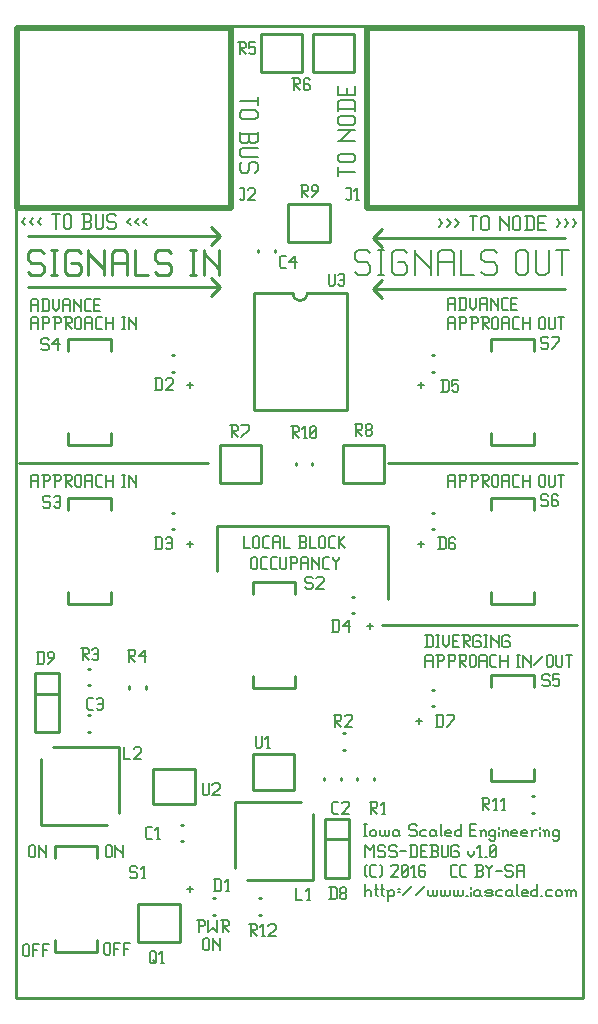
<source format=gbr>
G04 start of page 8 for group -4079 idx -4079 *
G04 Title: (unknown), topsilk *
G04 Creator: pcb 20140316 *
G04 CreationDate: Wed 08 Jun 2016 07:53:43 PM GMT UTC *
G04 For: ndholmes *
G04 Format: Gerber/RS-274X *
G04 PCB-Dimensions (mil): 1900.00 3250.00 *
G04 PCB-Coordinate-Origin: lower left *
%MOIN*%
%FSLAX25Y25*%
%LNTOPSILK*%
%ADD66C,0.0200*%
%ADD65C,0.0083*%
%ADD64C,0.0084*%
%ADD63C,0.0080*%
%ADD62C,0.0100*%
G54D62*X1500Y179000D02*X64500D01*
X124500D02*X187500D01*
X67500Y158000D02*X124500D01*
X122500Y125000D02*X187500D01*
X67500Y158000D02*Y143000D01*
X124500Y158000D02*Y133500D01*
X119500Y237000D02*X183500D01*
X189500Y500D02*Y324500D01*
X500D02*Y500D01*
X189500D01*
X4500Y237500D02*X68500D01*
X65500Y240500D01*
X68500Y237500D02*X65500Y234500D01*
X4500Y254500D02*X68500D01*
X65500Y257500D01*
X68500Y254500D02*X65500Y251500D01*
X119500Y254000D02*X183500D01*
X189500Y324500D02*X500D01*
X122500Y257000D02*X119500Y254000D01*
X122500Y251000D02*X119500Y254000D01*
X122500Y234000D02*X119500Y237000D01*
X122500Y240000D02*X119500Y237000D01*
G54D63*X57543Y152000D02*X59543D01*
X58543Y153000D02*Y151000D01*
X117543Y124500D02*X119543D01*
X118543Y125500D02*Y123500D01*
X76500Y154500D02*Y150500D01*
X78500D01*
X79700Y154000D02*Y151000D01*
Y154000D02*X80200Y154500D01*
X81200D01*
X81700Y154000D01*
Y151000D01*
X81200Y150500D02*X81700Y151000D01*
X80200Y150500D02*X81200D01*
X79700Y151000D02*X80200Y150500D01*
X83400D02*X84900D01*
X82900Y151000D02*X83400Y150500D01*
X82900Y154000D02*Y151000D01*
Y154000D02*X83400Y154500D01*
X84900D01*
X86100Y154000D02*Y150500D01*
Y154000D02*X86600Y154500D01*
X88100D01*
X88600Y154000D01*
Y150500D01*
X86100Y152500D02*X88600D01*
X89800Y154500D02*Y150500D01*
X91800D01*
X94800D02*X96800D01*
X97300Y151000D01*
Y152000D02*Y151000D01*
X96800Y152500D02*X97300Y152000D01*
X95300Y152500D02*X96800D01*
X95300Y154500D02*Y150500D01*
X94800Y154500D02*X96800D01*
X97300Y154000D01*
Y153000D01*
X96800Y152500D02*X97300Y153000D01*
X98500Y154500D02*Y150500D01*
X100500D01*
X101700Y154000D02*Y151000D01*
Y154000D02*X102200Y154500D01*
X103200D01*
X103700Y154000D01*
Y151000D01*
X103200Y150500D02*X103700Y151000D01*
X102200Y150500D02*X103200D01*
X101700Y151000D02*X102200Y150500D01*
X105400D02*X106900D01*
X104900Y151000D02*X105400Y150500D01*
X104900Y154000D02*Y151000D01*
Y154000D02*X105400Y154500D01*
X106900D01*
X108100D02*Y150500D01*
Y152500D02*X110100Y154500D01*
X108100Y152500D02*X110100Y150500D01*
X79000Y147000D02*Y144000D01*
Y147000D02*X79500Y147500D01*
X80500D01*
X81000Y147000D01*
Y144000D01*
X80500Y143500D02*X81000Y144000D01*
X79500Y143500D02*X80500D01*
X79000Y144000D02*X79500Y143500D01*
X82700D02*X84200D01*
X82200Y144000D02*X82700Y143500D01*
X82200Y147000D02*Y144000D01*
Y147000D02*X82700Y147500D01*
X84200D01*
X85900Y143500D02*X87400D01*
X85400Y144000D02*X85900Y143500D01*
X85400Y147000D02*Y144000D01*
Y147000D02*X85900Y147500D01*
X87400D01*
X88600D02*Y144000D01*
X89100Y143500D01*
X90100D01*
X90600Y144000D01*
Y147500D02*Y144000D01*
X92300Y147500D02*Y143500D01*
X91800Y147500D02*X93800D01*
X94300Y147000D01*
Y146000D01*
X93800Y145500D02*X94300Y146000D01*
X92300Y145500D02*X93800D01*
X95500Y147000D02*Y143500D01*
Y147000D02*X96000Y147500D01*
X97500D01*
X98000Y147000D01*
Y143500D01*
X95500Y145500D02*X98000D01*
X99200Y147500D02*Y143500D01*
Y147500D02*Y147000D01*
X101700Y144500D01*
Y147500D02*Y143500D01*
X103400D02*X104900D01*
X102900Y144000D02*X103400Y143500D01*
X102900Y147000D02*Y144000D01*
Y147000D02*X103400Y147500D01*
X104900D01*
X106100D02*Y147000D01*
X107100Y146000D01*
X108100Y147000D01*
Y147500D02*Y147000D01*
X107100Y146000D02*Y143500D01*
X5543Y174500D02*Y171000D01*
Y174500D02*X6043Y175000D01*
X7543D01*
X8043Y174500D01*
Y171000D01*
X5543Y173000D02*X8043D01*
X9743Y175000D02*Y171000D01*
X9243Y175000D02*X11243D01*
X11743Y174500D01*
Y173500D01*
X11243Y173000D02*X11743Y173500D01*
X9743Y173000D02*X11243D01*
X13443Y175000D02*Y171000D01*
X12943Y175000D02*X14943D01*
X15443Y174500D01*
Y173500D01*
X14943Y173000D02*X15443Y173500D01*
X13443Y173000D02*X14943D01*
X16643Y175000D02*X18643D01*
X19143Y174500D01*
Y173500D01*
X18643Y173000D02*X19143Y173500D01*
X17143Y173000D02*X18643D01*
X17143Y175000D02*Y171000D01*
Y173000D02*X19143Y171000D01*
X20343Y174500D02*Y171500D01*
Y174500D02*X20843Y175000D01*
X21843D01*
X22343Y174500D01*
Y171500D01*
X21843Y171000D02*X22343Y171500D01*
X20843Y171000D02*X21843D01*
X20343Y171500D02*X20843Y171000D01*
X23543Y174500D02*Y171000D01*
Y174500D02*X24043Y175000D01*
X25543D01*
X26043Y174500D01*
Y171000D01*
X23543Y173000D02*X26043D01*
X27743Y171000D02*X29243D01*
X27243Y171500D02*X27743Y171000D01*
X27243Y174500D02*Y171500D01*
Y174500D02*X27743Y175000D01*
X29243D01*
X30443D02*Y171000D01*
X32943Y175000D02*Y171000D01*
X30443Y173000D02*X32943D01*
X35943Y175000D02*X36943D01*
X36443D02*Y171000D01*
X35943D02*X36943D01*
X38143Y175000D02*Y171000D01*
Y175000D02*Y174500D01*
X40643Y172000D01*
Y175000D02*Y171000D01*
X5000Y51000D02*Y48000D01*
Y51000D02*X5500Y51500D01*
X6500D01*
X7000Y51000D01*
Y48000D01*
X6500Y47500D02*X7000Y48000D01*
X5500Y47500D02*X6500D01*
X5000Y48000D02*X5500Y47500D01*
X8200Y51500D02*Y47500D01*
Y51500D02*Y51000D01*
X10700Y48500D01*
Y51500D02*Y47500D01*
X3000Y18000D02*Y15000D01*
Y18000D02*X3500Y18500D01*
X4500D01*
X5000Y18000D01*
Y15000D01*
X4500Y14500D02*X5000Y15000D01*
X3500Y14500D02*X4500D01*
X3000Y15000D02*X3500Y14500D01*
X6200Y18500D02*Y14500D01*
Y18500D02*X8200D01*
X6200Y16500D02*X7700D01*
X9400Y18500D02*Y14500D01*
Y18500D02*X11400D01*
X9400Y16500D02*X10900D01*
X30500Y51000D02*Y48000D01*
Y51000D02*X31000Y51500D01*
X32000D01*
X32500Y51000D01*
Y48000D01*
X32000Y47500D02*X32500Y48000D01*
X31000Y47500D02*X32000D01*
X30500Y48000D02*X31000Y47500D01*
X33700Y51500D02*Y47500D01*
Y51500D02*Y51000D01*
X36200Y48500D01*
Y51500D02*Y47500D01*
X30000Y18500D02*Y15500D01*
Y18500D02*X30500Y19000D01*
X31500D01*
X32000Y18500D01*
Y15500D01*
X31500Y15000D02*X32000Y15500D01*
X30500Y15000D02*X31500D01*
X30000Y15500D02*X30500Y15000D01*
X33200Y19000D02*Y15000D01*
Y19000D02*X35200D01*
X33200Y17000D02*X34700D01*
X36400Y19000D02*Y15000D01*
Y19000D02*X38400D01*
X36400Y17000D02*X37900D01*
X144500Y174500D02*Y171000D01*
Y174500D02*X145000Y175000D01*
X146500D01*
X147000Y174500D01*
Y171000D01*
X144500Y173000D02*X147000D01*
X148700Y175000D02*Y171000D01*
X148200Y175000D02*X150200D01*
X150700Y174500D01*
Y173500D01*
X150200Y173000D02*X150700Y173500D01*
X148700Y173000D02*X150200D01*
X152400Y175000D02*Y171000D01*
X151900Y175000D02*X153900D01*
X154400Y174500D01*
Y173500D01*
X153900Y173000D02*X154400Y173500D01*
X152400Y173000D02*X153900D01*
X155600Y175000D02*X157600D01*
X158100Y174500D01*
Y173500D01*
X157600Y173000D02*X158100Y173500D01*
X156100Y173000D02*X157600D01*
X156100Y175000D02*Y171000D01*
Y173000D02*X158100Y171000D01*
X159300Y174500D02*Y171500D01*
Y174500D02*X159800Y175000D01*
X160800D01*
X161300Y174500D01*
Y171500D01*
X160800Y171000D02*X161300Y171500D01*
X159800Y171000D02*X160800D01*
X159300Y171500D02*X159800Y171000D01*
X162500Y174500D02*Y171000D01*
Y174500D02*X163000Y175000D01*
X164500D01*
X165000Y174500D01*
Y171000D01*
X162500Y173000D02*X165000D01*
X166700Y171000D02*X168200D01*
X166200Y171500D02*X166700Y171000D01*
X166200Y174500D02*Y171500D01*
Y174500D02*X166700Y175000D01*
X168200D01*
X169400D02*Y171000D01*
X171900Y175000D02*Y171000D01*
X169400Y173000D02*X171900D01*
X174900Y174500D02*Y171500D01*
Y174500D02*X175400Y175000D01*
X176400D01*
X176900Y174500D01*
Y171500D01*
X176400Y171000D02*X176900Y171500D01*
X175400Y171000D02*X176400D01*
X174900Y171500D02*X175400Y171000D01*
X178100Y175000D02*Y171500D01*
X178600Y171000D01*
X179600D01*
X180100Y171500D01*
Y175000D02*Y171500D01*
X181300Y175000D02*X183300D01*
X182300D02*Y171000D01*
X137500Y121500D02*Y117500D01*
X139000Y121500D02*X139500Y121000D01*
Y118000D01*
X139000Y117500D02*X139500Y118000D01*
X137000Y117500D02*X139000D01*
X137000Y121500D02*X139000D01*
X140700D02*X141700D01*
X141200D02*Y117500D01*
X140700D02*X141700D01*
X142900Y121500D02*Y118500D01*
X143900Y117500D01*
X144900Y118500D01*
Y121500D02*Y118500D01*
X146100Y119500D02*X147600D01*
X146100Y117500D02*X148100D01*
X146100Y121500D02*Y117500D01*
Y121500D02*X148100D01*
X149300D02*X151300D01*
X151800Y121000D01*
Y120000D01*
X151300Y119500D02*X151800Y120000D01*
X149800Y119500D02*X151300D01*
X149800Y121500D02*Y117500D01*
Y119500D02*X151800Y117500D01*
X155000Y121500D02*X155500Y121000D01*
X153500Y121500D02*X155000D01*
X153000Y121000D02*X153500Y121500D01*
X153000Y121000D02*Y118000D01*
X153500Y117500D01*
X155000D01*
X155500Y118000D01*
Y119000D02*Y118000D01*
X155000Y119500D02*X155500Y119000D01*
X154000Y119500D02*X155000D01*
X156700Y121500D02*X157700D01*
X157200D02*Y117500D01*
X156700D02*X157700D01*
X158900Y121500D02*Y117500D01*
Y121500D02*Y121000D01*
X161400Y118500D01*
Y121500D02*Y117500D01*
X164600Y121500D02*X165100Y121000D01*
X163100Y121500D02*X164600D01*
X162600Y121000D02*X163100Y121500D01*
X162600Y121000D02*Y118000D01*
X163100Y117500D01*
X164600D01*
X165100Y118000D01*
Y119000D02*Y118000D01*
X164600Y119500D02*X165100Y119000D01*
X163600Y119500D02*X164600D01*
X134500Y205000D02*X136500D01*
X135500Y206000D02*Y204000D01*
X134543Y152000D02*X136543D01*
X135543Y153000D02*Y151000D01*
X137000Y114500D02*Y111000D01*
Y114500D02*X137500Y115000D01*
X139000D01*
X139500Y114500D01*
Y111000D01*
X137000Y113000D02*X139500D01*
X141200Y115000D02*Y111000D01*
X140700Y115000D02*X142700D01*
X143200Y114500D01*
Y113500D01*
X142700Y113000D02*X143200Y113500D01*
X141200Y113000D02*X142700D01*
X144900Y115000D02*Y111000D01*
X144400Y115000D02*X146400D01*
X146900Y114500D01*
Y113500D01*
X146400Y113000D02*X146900Y113500D01*
X144900Y113000D02*X146400D01*
X148100Y115000D02*X150100D01*
X150600Y114500D01*
Y113500D01*
X150100Y113000D02*X150600Y113500D01*
X148600Y113000D02*X150100D01*
X148600Y115000D02*Y111000D01*
Y113000D02*X150600Y111000D01*
X151800Y114500D02*Y111500D01*
Y114500D02*X152300Y115000D01*
X153300D01*
X153800Y114500D01*
Y111500D01*
X153300Y111000D02*X153800Y111500D01*
X152300Y111000D02*X153300D01*
X151800Y111500D02*X152300Y111000D01*
X155000Y114500D02*Y111000D01*
Y114500D02*X155500Y115000D01*
X157000D01*
X157500Y114500D01*
Y111000D01*
X155000Y113000D02*X157500D01*
X159200Y111000D02*X160700D01*
X158700Y111500D02*X159200Y111000D01*
X158700Y114500D02*Y111500D01*
Y114500D02*X159200Y115000D01*
X160700D01*
X161900D02*Y111000D01*
X164400Y115000D02*Y111000D01*
X161900Y113000D02*X164400D01*
X167400Y115000D02*X168400D01*
X167900D02*Y111000D01*
X167400D02*X168400D01*
X169600Y115000D02*Y111000D01*
Y115000D02*Y114500D01*
X172100Y112000D01*
Y115000D02*Y111000D01*
X173300Y111500D02*X176300Y114500D01*
X177500D02*Y111500D01*
Y114500D02*X178000Y115000D01*
X179000D01*
X179500Y114500D01*
Y111500D01*
X179000Y111000D02*X179500Y111500D01*
X178000Y111000D02*X179000D01*
X177500Y111500D02*X178000Y111000D01*
X180700Y115000D02*Y111500D01*
X181200Y111000D01*
X182200D01*
X182700Y111500D01*
Y115000D02*Y111500D01*
X183900Y115000D02*X185900D01*
X184900D02*Y111000D01*
X134043Y93000D02*X136043D01*
X135043Y94000D02*Y92000D01*
X116500Y58500D02*X117500D01*
X117000D02*Y54500D01*
X116500D02*X117500D01*
X118700Y56000D02*Y55000D01*
Y56000D02*X119200Y56500D01*
X120200D01*
X120700Y56000D01*
Y55000D01*
X120200Y54500D02*X120700Y55000D01*
X119200Y54500D02*X120200D01*
X118700Y55000D02*X119200Y54500D01*
X121900Y56500D02*Y55000D01*
X122400Y54500D01*
X122900D01*
X123400Y55000D01*
Y56500D02*Y55000D01*
X123900Y54500D01*
X124400D01*
X124900Y55000D01*
Y56500D02*Y55000D01*
X127600Y56500D02*X128100Y56000D01*
X126600Y56500D02*X127600D01*
X126100Y56000D02*X126600Y56500D01*
X126100Y56000D02*Y55000D01*
X126600Y54500D01*
X128100Y56500D02*Y55000D01*
X128600Y54500D01*
X126600D02*X127600D01*
X128100Y55000D01*
X133600Y58500D02*X134100Y58000D01*
X132100Y58500D02*X133600D01*
X131600Y58000D02*X132100Y58500D01*
X131600Y58000D02*Y57000D01*
X132100Y56500D01*
X133600D01*
X134100Y56000D01*
Y55000D01*
X133600Y54500D02*X134100Y55000D01*
X132100Y54500D02*X133600D01*
X131600Y55000D02*X132100Y54500D01*
X135800Y56500D02*X137300D01*
X135300Y56000D02*X135800Y56500D01*
X135300Y56000D02*Y55000D01*
X135800Y54500D01*
X137300D01*
X140000Y56500D02*X140500Y56000D01*
X139000Y56500D02*X140000D01*
X138500Y56000D02*X139000Y56500D01*
X138500Y56000D02*Y55000D01*
X139000Y54500D01*
X140500Y56500D02*Y55000D01*
X141000Y54500D01*
X139000D02*X140000D01*
X140500Y55000D01*
X142200Y58500D02*Y55000D01*
X142700Y54500D01*
X144200D02*X145700D01*
X143700Y55000D02*X144200Y54500D01*
X143700Y56000D02*Y55000D01*
Y56000D02*X144200Y56500D01*
X145200D01*
X145700Y56000D01*
X143700Y55500D02*X145700D01*
Y56000D02*Y55500D01*
X148900Y58500D02*Y54500D01*
X148400D02*X148900Y55000D01*
X147400Y54500D02*X148400D01*
X146900Y55000D02*X147400Y54500D01*
X146900Y56000D02*Y55000D01*
Y56000D02*X147400Y56500D01*
X148400D01*
X148900Y56000D01*
X151900Y56500D02*X153400D01*
X151900Y54500D02*X153900D01*
X151900Y58500D02*Y54500D01*
Y58500D02*X153900D01*
X155600Y56000D02*Y54500D01*
Y56000D02*X156100Y56500D01*
X156600D01*
X157100Y56000D01*
Y54500D01*
X155100Y56500D02*X155600Y56000D01*
X159800Y56500D02*X160300Y56000D01*
X158800Y56500D02*X159800D01*
X158300Y56000D02*X158800Y56500D01*
X158300Y56000D02*Y55000D01*
X158800Y54500D01*
X159800D01*
X160300Y55000D01*
X158300Y53500D02*X158800Y53000D01*
X159800D01*
X160300Y53500D01*
Y56500D02*Y53500D01*
X161500Y57500D02*Y57000D01*
Y56000D02*Y54500D01*
X163000Y56000D02*Y54500D01*
Y56000D02*X163500Y56500D01*
X164000D01*
X164500Y56000D01*
Y54500D01*
X162500Y56500D02*X163000Y56000D01*
X166200Y54500D02*X167700D01*
X165700Y55000D02*X166200Y54500D01*
X165700Y56000D02*Y55000D01*
Y56000D02*X166200Y56500D01*
X167200D01*
X167700Y56000D01*
X165700Y55500D02*X167700D01*
Y56000D02*Y55500D01*
X169400Y54500D02*X170900D01*
X168900Y55000D02*X169400Y54500D01*
X168900Y56000D02*Y55000D01*
Y56000D02*X169400Y56500D01*
X170400D01*
X170900Y56000D01*
X168900Y55500D02*X170900D01*
Y56000D02*Y55500D01*
X172600Y56000D02*Y54500D01*
Y56000D02*X173100Y56500D01*
X174100D01*
X172100D02*X172600Y56000D01*
X175300Y57500D02*Y57000D01*
Y56000D02*Y54500D01*
X176800Y56000D02*Y54500D01*
Y56000D02*X177300Y56500D01*
X177800D01*
X178300Y56000D01*
Y54500D01*
X176300Y56500D02*X176800Y56000D01*
X181000Y56500D02*X181500Y56000D01*
X180000Y56500D02*X181000D01*
X179500Y56000D02*X180000Y56500D01*
X179500Y56000D02*Y55000D01*
X180000Y54500D01*
X181000D01*
X181500Y55000D01*
X179500Y53500D02*X180000Y53000D01*
X181000D01*
X181500Y53500D01*
Y56500D02*Y53500D01*
X117000Y51500D02*Y47500D01*
Y51500D02*X118500Y50000D01*
X120000Y51500D01*
Y47500D01*
X123200Y51500D02*X123700Y51000D01*
X121700Y51500D02*X123200D01*
X121200Y51000D02*X121700Y51500D01*
X121200Y51000D02*Y50000D01*
X121700Y49500D01*
X123200D01*
X123700Y49000D01*
Y48000D01*
X123200Y47500D02*X123700Y48000D01*
X121700Y47500D02*X123200D01*
X121200Y48000D02*X121700Y47500D01*
X126900Y51500D02*X127400Y51000D01*
X125400Y51500D02*X126900D01*
X124900Y51000D02*X125400Y51500D01*
X124900Y51000D02*Y50000D01*
X125400Y49500D01*
X126900D01*
X127400Y49000D01*
Y48000D01*
X126900Y47500D02*X127400Y48000D01*
X125400Y47500D02*X126900D01*
X124900Y48000D02*X125400Y47500D01*
X128600Y49500D02*X130600D01*
X132300Y51500D02*Y47500D01*
X133800Y51500D02*X134300Y51000D01*
Y48000D01*
X133800Y47500D02*X134300Y48000D01*
X131800Y47500D02*X133800D01*
X131800Y51500D02*X133800D01*
X135500Y49500D02*X137000D01*
X135500Y47500D02*X137500D01*
X135500Y51500D02*Y47500D01*
Y51500D02*X137500D01*
X138700Y47500D02*X140700D01*
X141200Y48000D01*
Y49000D02*Y48000D01*
X140700Y49500D02*X141200Y49000D01*
X139200Y49500D02*X140700D01*
X139200Y51500D02*Y47500D01*
X138700Y51500D02*X140700D01*
X141200Y51000D01*
Y50000D01*
X140700Y49500D02*X141200Y50000D01*
X142400Y51500D02*Y48000D01*
X142900Y47500D01*
X143900D01*
X144400Y48000D01*
Y51500D02*Y48000D01*
X147600Y51500D02*X148100Y51000D01*
X146100Y51500D02*X147600D01*
X145600Y51000D02*X146100Y51500D01*
X145600Y51000D02*Y48000D01*
X146100Y47500D01*
X147600D01*
X148100Y48000D01*
Y49000D02*Y48000D01*
X147600Y49500D02*X148100Y49000D01*
X146600Y49500D02*X147600D01*
X151100D02*Y48500D01*
X152100Y47500D01*
X153100Y48500D01*
Y49500D02*Y48500D01*
X154800Y47500D02*X155800D01*
X155300Y51500D02*Y47500D01*
X154300Y50500D02*X155300Y51500D01*
X157000Y47500D02*X157500D01*
X158700Y48000D02*X159200Y47500D01*
X158700Y51000D02*Y48000D01*
Y51000D02*X159200Y51500D01*
X160200D01*
X160700Y51000D01*
Y48000D01*
X160200Y47500D02*X160700Y48000D01*
X159200Y47500D02*X160200D01*
X158700Y48500D02*X160700Y50500D01*
X117000Y41500D02*X117500Y41000D01*
X117000Y44500D02*X117500Y45000D01*
X117000Y44500D02*Y41500D01*
X119200Y41000D02*X120700D01*
X118700Y41500D02*X119200Y41000D01*
X118700Y44500D02*Y41500D01*
Y44500D02*X119200Y45000D01*
X120700D01*
X121900D02*X122400Y44500D01*
Y41500D01*
X121900Y41000D02*X122400Y41500D01*
X125400Y44500D02*X125900Y45000D01*
X127400D01*
X127900Y44500D01*
Y43500D01*
X125400Y41000D02*X127900Y43500D01*
X125400Y41000D02*X127900D01*
X129100Y41500D02*X129600Y41000D01*
X129100Y44500D02*Y41500D01*
Y44500D02*X129600Y45000D01*
X130600D01*
X131100Y44500D01*
Y41500D01*
X130600Y41000D02*X131100Y41500D01*
X129600Y41000D02*X130600D01*
X129100Y42000D02*X131100Y44000D01*
X132800Y41000D02*X133800D01*
X133300Y45000D02*Y41000D01*
X132300Y44000D02*X133300Y45000D01*
X136500D02*X137000Y44500D01*
X135500Y45000D02*X136500D01*
X135000Y44500D02*X135500Y45000D01*
X135000Y44500D02*Y41500D01*
X135500Y41000D01*
X136500Y43000D02*X137000Y42500D01*
X135000Y43000D02*X136500D01*
X135500Y41000D02*X136500D01*
X137000Y41500D01*
Y42500D02*Y41500D01*
X145900Y41000D02*X147400D01*
X145400Y41500D02*X145900Y41000D01*
X145400Y44500D02*Y41500D01*
Y44500D02*X145900Y45000D01*
X147400D01*
X149100Y41000D02*X150600D01*
X148600Y41500D02*X149100Y41000D01*
X148600Y44500D02*Y41500D01*
Y44500D02*X149100Y45000D01*
X150600D01*
X153600Y41000D02*X155600D01*
X156100Y41500D01*
Y42500D02*Y41500D01*
X155600Y43000D02*X156100Y42500D01*
X154100Y43000D02*X155600D01*
X154100Y45000D02*Y41000D01*
X153600Y45000D02*X155600D01*
X156100Y44500D01*
Y43500D01*
X155600Y43000D02*X156100Y43500D01*
X157300Y45000D02*Y44500D01*
X158300Y43500D01*
X159300Y44500D01*
Y45000D02*Y44500D01*
X158300Y43500D02*Y41000D01*
X160500Y43000D02*X162500D01*
X165700Y45000D02*X166200Y44500D01*
X164200Y45000D02*X165700D01*
X163700Y44500D02*X164200Y45000D01*
X163700Y44500D02*Y43500D01*
X164200Y43000D01*
X165700D01*
X166200Y42500D01*
Y41500D01*
X165700Y41000D02*X166200Y41500D01*
X164200Y41000D02*X165700D01*
X163700Y41500D02*X164200Y41000D01*
X167400Y44500D02*Y41000D01*
Y44500D02*X167900Y45000D01*
X169400D01*
X169900Y44500D01*
Y41000D01*
X167400Y43000D02*X169900D01*
X117000Y38500D02*Y34500D01*
Y36000D02*X117500Y36500D01*
X118500D01*
X119000Y36000D01*
Y34500D01*
X120700Y38500D02*Y35000D01*
X121200Y34500D01*
X120200Y37000D02*X121200D01*
X122700Y38500D02*Y35000D01*
X123200Y34500D01*
X122200Y37000D02*X123200D01*
X124700Y36000D02*Y33000D01*
X124200Y36500D02*X124700Y36000D01*
X125200Y36500D01*
X126200D01*
X126700Y36000D01*
Y35000D01*
X126200Y34500D02*X126700Y35000D01*
X125200Y34500D02*X126200D01*
X124700Y35000D02*X125200Y34500D01*
X127900Y37000D02*X128400D01*
X127900Y36000D02*X128400D01*
X129600Y35000D02*X132600Y38000D01*
X133800Y35000D02*X136800Y38000D01*
X138000Y36500D02*Y35000D01*
X138500Y34500D01*
X139000D01*
X139500Y35000D01*
Y36500D02*Y35000D01*
X140000Y34500D01*
X140500D01*
X141000Y35000D01*
Y36500D02*Y35000D01*
X142200Y36500D02*Y35000D01*
X142700Y34500D01*
X143200D01*
X143700Y35000D01*
Y36500D02*Y35000D01*
X144200Y34500D01*
X144700D01*
X145200Y35000D01*
Y36500D02*Y35000D01*
X146400Y36500D02*Y35000D01*
X146900Y34500D01*
X147400D01*
X147900Y35000D01*
Y36500D02*Y35000D01*
X148400Y34500D01*
X148900D01*
X149400Y35000D01*
Y36500D02*Y35000D01*
X150600Y34500D02*X151100D01*
X152300Y37500D02*Y37000D01*
Y36000D02*Y34500D01*
X154800Y36500D02*X155300Y36000D01*
X153800Y36500D02*X154800D01*
X153300Y36000D02*X153800Y36500D01*
X153300Y36000D02*Y35000D01*
X153800Y34500D01*
X155300Y36500D02*Y35000D01*
X155800Y34500D01*
X153800D02*X154800D01*
X155300Y35000D01*
X157500Y34500D02*X159000D01*
X159500Y35000D01*
X159000Y35500D02*X159500Y35000D01*
X157500Y35500D02*X159000D01*
X157000Y36000D02*X157500Y35500D01*
X157000Y36000D02*X157500Y36500D01*
X159000D01*
X159500Y36000D01*
X157000Y35000D02*X157500Y34500D01*
X161200Y36500D02*X162700D01*
X160700Y36000D02*X161200Y36500D01*
X160700Y36000D02*Y35000D01*
X161200Y34500D01*
X162700D01*
X165400Y36500D02*X165900Y36000D01*
X164400Y36500D02*X165400D01*
X163900Y36000D02*X164400Y36500D01*
X163900Y36000D02*Y35000D01*
X164400Y34500D01*
X165900Y36500D02*Y35000D01*
X166400Y34500D01*
X164400D02*X165400D01*
X165900Y35000D01*
X167600Y38500D02*Y35000D01*
X168100Y34500D01*
X169600D02*X171100D01*
X169100Y35000D02*X169600Y34500D01*
X169100Y36000D02*Y35000D01*
Y36000D02*X169600Y36500D01*
X170600D01*
X171100Y36000D01*
X169100Y35500D02*X171100D01*
Y36000D02*Y35500D01*
X174300Y38500D02*Y34500D01*
X173800D02*X174300Y35000D01*
X172800Y34500D02*X173800D01*
X172300Y35000D02*X172800Y34500D01*
X172300Y36000D02*Y35000D01*
Y36000D02*X172800Y36500D01*
X173800D01*
X174300Y36000D01*
X175500Y34500D02*X176000D01*
X177700Y36500D02*X179200D01*
X177200Y36000D02*X177700Y36500D01*
X177200Y36000D02*Y35000D01*
X177700Y34500D01*
X179200D01*
X180400Y36000D02*Y35000D01*
Y36000D02*X180900Y36500D01*
X181900D01*
X182400Y36000D01*
Y35000D01*
X181900Y34500D02*X182400Y35000D01*
X180900Y34500D02*X181900D01*
X180400Y35000D02*X180900Y34500D01*
X184100Y36000D02*Y34500D01*
Y36000D02*X184600Y36500D01*
X185100D01*
X185600Y36000D01*
Y34500D01*
Y36000D02*X186100Y36500D01*
X186600D01*
X187100Y36000D01*
Y34500D01*
X183600Y36500D02*X184100Y36000D01*
X57500Y37000D02*X59500D01*
X58500Y38000D02*Y36000D01*
X61500Y26500D02*Y22500D01*
X61000Y26500D02*X63000D01*
X63500Y26000D01*
Y25000D01*
X63000Y24500D02*X63500Y25000D01*
X61500Y24500D02*X63000D01*
X64700Y26500D02*Y22500D01*
X66200Y24000D01*
X67700Y22500D01*
Y26500D02*Y22500D01*
X68900Y26500D02*X70900D01*
X71400Y26000D01*
Y25000D01*
X70900Y24500D02*X71400Y25000D01*
X69400Y24500D02*X70900D01*
X69400Y26500D02*Y22500D01*
Y24500D02*X71400Y22500D01*
X63000Y20000D02*Y17000D01*
Y20000D02*X63500Y20500D01*
X64500D01*
X65000Y20000D01*
Y17000D01*
X64500Y16500D02*X65000Y17000D01*
X63500Y16500D02*X64500D01*
X63000Y17000D02*X63500Y16500D01*
X66200Y20500D02*Y16500D01*
Y20500D02*Y20000D01*
X68700Y17500D01*
Y20500D02*Y16500D01*
X57500Y205000D02*X59500D01*
X58500Y206000D02*Y204000D01*
G54D64*X8700Y249900D02*X9750Y248850D01*
X5550Y249900D02*X8700D01*
X4500Y248850D02*X5550Y249900D01*
X4500Y248850D02*Y246750D01*
X5550Y245700D01*
X8700D01*
X9750Y244650D01*
Y242550D01*
X8700Y241500D02*X9750Y242550D01*
X5550Y241500D02*X8700D01*
X4500Y242550D02*X5550Y241500D01*
X12270Y249900D02*X14370D01*
X13320D02*Y241500D01*
X12270D02*X14370D01*
X21090Y249900D02*X22140Y248850D01*
X17940Y249900D02*X21090D01*
X16890Y248850D02*X17940Y249900D01*
X16890Y248850D02*Y242550D01*
X17940Y241500D01*
X21090D01*
X22140Y242550D01*
Y244650D02*Y242550D01*
X21090Y245700D02*X22140Y244650D01*
X18990Y245700D02*X21090D01*
X24660Y249900D02*Y241500D01*
Y249900D02*Y248850D01*
X29910Y243600D01*
Y249900D02*Y241500D01*
X32430Y248850D02*Y241500D01*
Y248850D02*X33480Y249900D01*
X36630D01*
X37680Y248850D01*
Y241500D01*
X32430Y245700D02*X37680D01*
X40200Y249900D02*Y241500D01*
X44400D01*
X51120Y249900D02*X52170Y248850D01*
X47970Y249900D02*X51120D01*
X46920Y248850D02*X47970Y249900D01*
X46920Y248850D02*Y246750D01*
X47970Y245700D01*
X51120D01*
X52170Y244650D01*
Y242550D01*
X51120Y241500D02*X52170Y242550D01*
X47970Y241500D02*X51120D01*
X46920Y242550D02*X47970Y241500D01*
X58470Y249900D02*X60570D01*
X59520D02*Y241500D01*
X58470D02*X60570D01*
X63090Y249900D02*Y241500D01*
Y249900D02*Y248850D01*
X68340Y243600D01*
Y249900D02*Y241500D01*
G54D63*X5500Y233000D02*Y229500D01*
Y233000D02*X6000Y233500D01*
X7500D01*
X8000Y233000D01*
Y229500D01*
X5500Y231500D02*X8000D01*
X9700Y233500D02*Y229500D01*
X11200Y233500D02*X11700Y233000D01*
Y230000D01*
X11200Y229500D02*X11700Y230000D01*
X9200Y229500D02*X11200D01*
X9200Y233500D02*X11200D01*
X12900D02*Y230500D01*
X13900Y229500D01*
X14900Y230500D01*
Y233500D02*Y230500D01*
X16100Y233000D02*Y229500D01*
Y233000D02*X16600Y233500D01*
X18100D01*
X18600Y233000D01*
Y229500D01*
X16100Y231500D02*X18600D01*
X19800Y233500D02*Y229500D01*
Y233500D02*Y233000D01*
X22300Y230500D01*
Y233500D02*Y229500D01*
X24000D02*X25500D01*
X23500Y230000D02*X24000Y229500D01*
X23500Y233000D02*Y230000D01*
Y233000D02*X24000Y233500D01*
X25500D01*
X26700Y231500D02*X28200D01*
X26700Y229500D02*X28700D01*
X26700Y233500D02*Y229500D01*
Y233500D02*X28700D01*
X5500Y227000D02*Y223500D01*
Y227000D02*X6000Y227500D01*
X7500D01*
X8000Y227000D01*
Y223500D01*
X5500Y225500D02*X8000D01*
X9700Y227500D02*Y223500D01*
X9200Y227500D02*X11200D01*
X11700Y227000D01*
Y226000D01*
X11200Y225500D02*X11700Y226000D01*
X9700Y225500D02*X11200D01*
X13400Y227500D02*Y223500D01*
X12900Y227500D02*X14900D01*
X15400Y227000D01*
Y226000D01*
X14900Y225500D02*X15400Y226000D01*
X13400Y225500D02*X14900D01*
X16600Y227500D02*X18600D01*
X19100Y227000D01*
Y226000D01*
X18600Y225500D02*X19100Y226000D01*
X17100Y225500D02*X18600D01*
X17100Y227500D02*Y223500D01*
Y225500D02*X19100Y223500D01*
X20300Y227000D02*Y224000D01*
Y227000D02*X20800Y227500D01*
X21800D01*
X22300Y227000D01*
Y224000D01*
X21800Y223500D02*X22300Y224000D01*
X20800Y223500D02*X21800D01*
X20300Y224000D02*X20800Y223500D01*
X23500Y227000D02*Y223500D01*
Y227000D02*X24000Y227500D01*
X25500D01*
X26000Y227000D01*
Y223500D01*
X23500Y225500D02*X26000D01*
X27700Y223500D02*X29200D01*
X27200Y224000D02*X27700Y223500D01*
X27200Y227000D02*Y224000D01*
Y227000D02*X27700Y227500D01*
X29200D01*
X30400D02*Y223500D01*
X32900Y227500D02*Y223500D01*
X30400Y225500D02*X32900D01*
X35900Y227500D02*X36900D01*
X36400D02*Y223500D01*
X35900D02*X36900D01*
X38100Y227500D02*Y223500D01*
Y227500D02*Y227000D01*
X40600Y224500D01*
Y227500D02*Y223500D01*
X81060Y301000D02*Y298120D01*
X75300Y299560D02*X81060D01*
X76020Y296392D02*X80340D01*
X81060Y295672D01*
Y294232D01*
X80340Y293512D01*
X76020D02*X80340D01*
X75300Y294232D02*X76020Y293512D01*
X75300Y295672D02*Y294232D01*
X76020Y296392D02*X75300Y295672D01*
Y289192D02*Y286312D01*
X76020Y285592D01*
X77460D01*
X78180Y286312D02*X77460Y285592D01*
X78180Y288472D02*Y286312D01*
X75300Y288472D02*X81060D01*
Y289192D02*Y286312D01*
X80340Y285592D01*
X78900D02*X80340D01*
X78180Y286312D02*X78900Y285592D01*
X76020Y283864D02*X81060D01*
X76020D02*X75300Y283144D01*
Y281704D01*
X76020Y280984D01*
X81060D01*
Y276376D02*X80340Y275656D01*
X81060Y278536D02*Y276376D01*
X80340Y279256D02*X81060Y278536D01*
X78900Y279256D02*X80340D01*
X78900D02*X78180Y278536D01*
Y276376D01*
X77460Y275656D01*
X76020D02*X77460D01*
X75300Y276376D02*X76020Y275656D01*
X75300Y278536D02*Y276376D01*
X76020Y279256D02*X75300Y278536D01*
X144500Y227000D02*Y223500D01*
Y227000D02*X145000Y227500D01*
X146500D01*
X147000Y227000D01*
Y223500D01*
X144500Y225500D02*X147000D01*
X148700Y227500D02*Y223500D01*
X148200Y227500D02*X150200D01*
X150700Y227000D01*
Y226000D01*
X150200Y225500D02*X150700Y226000D01*
X148700Y225500D02*X150200D01*
X152400Y227500D02*Y223500D01*
X151900Y227500D02*X153900D01*
X154400Y227000D01*
Y226000D01*
X153900Y225500D02*X154400Y226000D01*
X152400Y225500D02*X153900D01*
X155600Y227500D02*X157600D01*
X158100Y227000D01*
Y226000D01*
X157600Y225500D02*X158100Y226000D01*
X156100Y225500D02*X157600D01*
X156100Y227500D02*Y223500D01*
Y225500D02*X158100Y223500D01*
X159300Y227000D02*Y224000D01*
Y227000D02*X159800Y227500D01*
X160800D01*
X161300Y227000D01*
Y224000D01*
X160800Y223500D02*X161300Y224000D01*
X159800Y223500D02*X160800D01*
X159300Y224000D02*X159800Y223500D01*
X162500Y227000D02*Y223500D01*
Y227000D02*X163000Y227500D01*
X164500D01*
X165000Y227000D01*
Y223500D01*
X162500Y225500D02*X165000D01*
X166700Y223500D02*X168200D01*
X166200Y224000D02*X166700Y223500D01*
X166200Y227000D02*Y224000D01*
Y227000D02*X166700Y227500D01*
X168200D01*
X169400D02*Y223500D01*
X171900Y227500D02*Y223500D01*
X169400Y225500D02*X171900D01*
X174900Y227000D02*Y224000D01*
Y227000D02*X175400Y227500D01*
X176400D01*
X176900Y227000D01*
Y224000D01*
X176400Y223500D02*X176900Y224000D01*
X175400Y223500D02*X176400D01*
X174900Y224000D02*X175400Y223500D01*
X178100Y227500D02*Y224000D01*
X178600Y223500D01*
X179600D01*
X180100Y224000D01*
Y227500D02*Y224000D01*
X181300Y227500D02*X183300D01*
X182300D02*Y223500D01*
X144500Y233500D02*Y230000D01*
Y233500D02*X145000Y234000D01*
X146500D01*
X147000Y233500D01*
Y230000D01*
X144500Y232000D02*X147000D01*
X148700Y234000D02*Y230000D01*
X150200Y234000D02*X150700Y233500D01*
Y230500D01*
X150200Y230000D02*X150700Y230500D01*
X148200Y230000D02*X150200D01*
X148200Y234000D02*X150200D01*
X151900D02*Y231000D01*
X152900Y230000D01*
X153900Y231000D01*
Y234000D02*Y231000D01*
X155100Y233500D02*Y230000D01*
Y233500D02*X155600Y234000D01*
X157100D01*
X157600Y233500D01*
Y230000D01*
X155100Y232000D02*X157600D01*
X158800Y234000D02*Y230000D01*
Y234000D02*Y233500D01*
X161300Y231000D01*
Y234000D02*Y230000D01*
X163000D02*X164500D01*
X162500Y230500D02*X163000Y230000D01*
X162500Y233500D02*Y230500D01*
Y233500D02*X163000Y234000D01*
X164500D01*
X165700Y232000D02*X167200D01*
X165700Y230000D02*X167700D01*
X165700Y234000D02*Y230000D01*
Y234000D02*X167700D01*
G54D65*X117680Y249910D02*X118725Y248865D01*
X114545Y249910D02*X117680D01*
X113500Y248865D02*X114545Y249910D01*
X113500Y248865D02*Y246775D01*
X114545Y245730D01*
X117680D01*
X118725Y244685D01*
Y242595D01*
X117680Y241550D02*X118725Y242595D01*
X114545Y241550D02*X117680D01*
X113500Y242595D02*X114545Y241550D01*
X121233Y249910D02*X123323D01*
X122278D02*Y241550D01*
X121233D02*X123323D01*
X130011Y249910D02*X131056Y248865D01*
X126876Y249910D02*X130011D01*
X125831Y248865D02*X126876Y249910D01*
X125831Y248865D02*Y242595D01*
X126876Y241550D01*
X130011D01*
X131056Y242595D01*
Y244685D02*Y242595D01*
X130011Y245730D02*X131056Y244685D01*
X127921Y245730D02*X130011D01*
X133564Y249910D02*Y241550D01*
Y249910D02*Y248865D01*
X138789Y243640D01*
Y249910D02*Y241550D01*
X141297Y248865D02*Y241550D01*
Y248865D02*X142342Y249910D01*
X145477D01*
X146522Y248865D01*
Y241550D01*
X141297Y245730D02*X146522D01*
X149030Y249910D02*Y241550D01*
X153210D01*
X159898Y249910D02*X160943Y248865D01*
X156763Y249910D02*X159898D01*
X155718Y248865D02*X156763Y249910D01*
X155718Y248865D02*Y246775D01*
X156763Y245730D01*
X159898D01*
X160943Y244685D01*
Y242595D01*
X159898Y241550D02*X160943Y242595D01*
X156763Y241550D02*X159898D01*
X155718Y242595D02*X156763Y241550D01*
X167213Y248865D02*Y242595D01*
Y248865D02*X168258Y249910D01*
X170348D01*
X171393Y248865D01*
Y242595D01*
X170348Y241550D02*X171393Y242595D01*
X168258Y241550D02*X170348D01*
X167213Y242595D02*X168258Y241550D01*
X173901Y249910D02*Y242595D01*
X174946Y241550D01*
X177036D01*
X178081Y242595D01*
Y249910D02*Y242595D01*
X180589Y249910D02*X184769D01*
X182679D02*Y241550D01*
G54D63*X107940Y277380D02*Y274500D01*
Y275940D02*X113700D01*
X108660Y279108D02*X112980D01*
X108660D02*X107940Y279828D01*
Y281268D02*Y279828D01*
Y281268D02*X108660Y281988D01*
X112980D01*
X113700Y281268D02*X112980Y281988D01*
X113700Y281268D02*Y279828D01*
X112980Y279108D02*X113700Y279828D01*
X107940Y286308D02*X113700D01*
X107940D02*X108660D01*
X112260Y289908D01*
X107940D02*X113700D01*
X108660Y291636D02*X112980D01*
X108660D02*X107940Y292356D01*
Y293796D02*Y292356D01*
Y293796D02*X108660Y294516D01*
X112980D01*
X113700Y293796D02*X112980Y294516D01*
X113700Y293796D02*Y292356D01*
X112980Y291636D02*X113700Y292356D01*
X107940Y296964D02*X113700D01*
X107940Y299124D02*X108660Y299844D01*
X112980D01*
X113700Y299124D02*X112980Y299844D01*
X113700Y299124D02*Y296244D01*
X107940Y299124D02*Y296244D01*
X110820Y303732D02*Y301572D01*
X113700Y304452D02*Y301572D01*
X107940D02*X113700D01*
X107940Y304452D02*Y301572D01*
X2500Y259370D02*X3710Y260580D01*
X2500Y259370D02*X3710Y258160D01*
X5162Y259370D02*X6372Y260580D01*
X5162Y259370D02*X6372Y258160D01*
X7824Y259370D02*X9034Y260580D01*
X7824Y259370D02*X9034Y258160D01*
X12664Y261790D02*X15084D01*
X13874D02*Y256950D01*
X16536Y261185D02*Y257555D01*
Y261185D02*X17141Y261790D01*
X18351D01*
X18956Y261185D01*
Y257555D01*
X18351Y256950D02*X18956Y257555D01*
X17141Y256950D02*X18351D01*
X16536Y257555D02*X17141Y256950D01*
X22586D02*X25006D01*
X25611Y257555D01*
Y258765D02*Y257555D01*
X25006Y259370D02*X25611Y258765D01*
X23191Y259370D02*X25006D01*
X23191Y261790D02*Y256950D01*
X22586Y261790D02*X25006D01*
X25611Y261185D01*
Y259975D01*
X25006Y259370D02*X25611Y259975D01*
X27063Y261790D02*Y257555D01*
X27668Y256950D01*
X28878D01*
X29483Y257555D01*
Y261790D02*Y257555D01*
X33355Y261790D02*X33960Y261185D01*
X31540Y261790D02*X33355D01*
X30935Y261185D02*X31540Y261790D01*
X30935Y261185D02*Y259975D01*
X31540Y259370D01*
X33355D01*
X33960Y258765D01*
Y257555D01*
X33355Y256950D02*X33960Y257555D01*
X31540Y256950D02*X33355D01*
X30935Y257555D02*X31540Y256950D01*
X37590Y259370D02*X38800Y260580D01*
X37590Y259370D02*X38800Y258160D01*
X40252Y259370D02*X41462Y260580D01*
X40252Y259370D02*X41462Y258160D01*
X42914Y259370D02*X44124Y260580D01*
X42914Y259370D02*X44124Y258160D01*
X141500Y260060D02*X142720Y258840D01*
X141500Y257620D02*X142720Y258840D01*
X144184Y260060D02*X145404Y258840D01*
X144184Y257620D02*X145404Y258840D01*
X146868Y260060D02*X148088Y258840D01*
X146868Y257620D02*X148088Y258840D01*
X151748Y261280D02*X154188D01*
X152968D02*Y256400D01*
X155652Y260670D02*Y257010D01*
Y260670D02*X156262Y261280D01*
X157482D01*
X158092Y260670D01*
Y257010D01*
X157482Y256400D02*X158092Y257010D01*
X156262Y256400D02*X157482D01*
X155652Y257010D02*X156262Y256400D01*
X161752Y261280D02*Y256400D01*
Y261280D02*Y260670D01*
X164802Y257620D01*
Y261280D02*Y256400D01*
X166266Y260670D02*Y257010D01*
Y260670D02*X166876Y261280D01*
X168096D01*
X168706Y260670D01*
Y257010D01*
X168096Y256400D02*X168706Y257010D01*
X166876Y256400D02*X168096D01*
X166266Y257010D02*X166876Y256400D01*
X170780Y261280D02*Y256400D01*
X172610Y261280D02*X173220Y260670D01*
Y257010D01*
X172610Y256400D02*X173220Y257010D01*
X170170Y256400D02*X172610D01*
X170170Y261280D02*X172610D01*
X174684Y258840D02*X176514D01*
X174684Y256400D02*X177124D01*
X174684Y261280D02*Y256400D01*
Y261280D02*X177124D01*
X180784Y260060D02*X182004Y258840D01*
X180784Y257620D02*X182004Y258840D01*
X183468Y260060D02*X184688Y258840D01*
X183468Y257620D02*X184688Y258840D01*
X186152Y260060D02*X187372Y258840D01*
X186152Y257620D02*X187372Y258840D01*
G54D62*X46375Y65200D02*X60275D01*
Y77000D02*Y65200D01*
X46375Y77000D02*X60275D01*
X46375D02*Y65200D01*
X38245Y104393D02*Y103607D01*
X43755Y104393D02*Y103607D01*
X13400Y15800D02*X27600D01*
X13400Y19800D02*Y15800D01*
X27600Y19800D02*Y15800D01*
X13400Y51200D02*X27600D01*
X13400D02*Y47200D01*
X27600Y51200D02*Y47200D01*
X41187Y19187D02*X55087D01*
Y31987D02*Y19187D01*
X41187Y31987D02*X55087D01*
X41187D02*Y19187D01*
X55607Y58255D02*X56393D01*
X55607Y52745D02*X56393D01*
X24607Y104745D02*X25393D01*
X24607Y110255D02*X25393D01*
X24607Y94755D02*X25393D01*
X24607Y89245D02*X25393D01*
X8813Y58187D02*X30813D01*
X8813Y80187D02*Y58187D01*
X12813Y84187D02*X34813D01*
Y62187D01*
X7000Y108800D02*Y89100D01*
X15000Y108800D02*Y89100D01*
X7000Y108800D02*X15000D01*
X7000Y89100D02*X15000D01*
X7000Y102000D02*X15000D01*
X99255Y178936D02*Y178150D01*
X93745Y178936D02*Y178150D01*
X52607Y214755D02*X53393D01*
X52607Y209245D02*X53393D01*
X52607Y162255D02*X53393D01*
X52607Y156745D02*X53393D01*
X68610Y184799D02*Y172201D01*
Y184799D02*X82390D01*
Y172201D01*
X68610D02*X82390D01*
X105166Y265147D02*Y252549D01*
X91386D02*X105166D01*
X91386Y265147D02*Y252549D01*
Y265147D02*X105166D01*
G54D66*X1000Y264000D02*X72300D01*
X1000Y324000D02*X72300D01*
Y264000D01*
X1000Y324000D02*X980Y264000D01*
G54D62*X82110Y321799D02*Y309201D01*
Y321799D02*X95890D01*
Y309201D01*
X82110D02*X95890D01*
X113390Y321799D02*Y309201D01*
X99610D02*X113390D01*
X99610Y321799D02*Y309201D01*
Y321799D02*X113390D01*
X81245Y249893D02*Y249107D01*
X86755Y249893D02*Y249107D01*
X17900Y184800D02*X32100D01*
X17900Y188800D02*Y184800D01*
X32100Y188800D02*Y184800D01*
X17900Y220200D02*X32100D01*
X17900D02*Y216200D01*
X32100Y220200D02*Y216200D01*
X17943Y131800D02*X32143D01*
X17943Y135800D02*Y131800D01*
X32143Y135800D02*Y131800D01*
X17943Y167200D02*X32143D01*
X17943D02*Y163200D01*
X32143Y167200D02*Y163200D01*
X79750Y235500D02*Y196500D01*
X110750D01*
Y235500D02*Y196500D01*
X79750Y235500D02*X92750D01*
X97750D02*X110750D01*
X92750D02*G75*G03X97750Y235500I2500J0D01*G01*
X79400Y103800D02*X93600D01*
X79400Y107800D02*Y103800D01*
X93600Y107800D02*Y103800D01*
X79400Y139200D02*X93600D01*
X79400D02*Y135200D01*
X93600Y139200D02*Y135200D01*
G54D66*X117700Y324000D02*X189000D01*
X117700Y264000D02*X189000D01*
X117700Y324000D02*Y264000D01*
X189000D02*X189020Y324000D01*
G54D62*X158900Y184800D02*X173100D01*
X158900Y188800D02*Y184800D01*
X173100Y188800D02*Y184800D01*
X158900Y220200D02*X173100D01*
X158900D02*Y216200D01*
X173100Y220200D02*Y216200D01*
X158900Y131800D02*X173100D01*
X158900Y135800D02*Y131800D01*
X173100Y135800D02*Y131800D01*
X158900Y167200D02*X173100D01*
X158900D02*Y163200D01*
X173100Y167200D02*Y163200D01*
X139107Y97745D02*X139893D01*
X139107Y103255D02*X139893D01*
X139064Y156745D02*X139850D01*
X139064Y162255D02*X139850D01*
X139064Y209245D02*X139850D01*
X139064Y214755D02*X139850D01*
X109610Y184799D02*Y172201D01*
Y184799D02*X123390D01*
Y172201D01*
X109610D02*X123390D01*
X112607Y134255D02*X113393D01*
X112607Y128745D02*X113393D01*
X172607Y67755D02*X173393D01*
X172607Y62245D02*X173393D01*
X109564Y88755D02*X110350D01*
X109564Y83245D02*X110350D01*
X81607Y28245D02*X82393D01*
X81607Y33755D02*X82393D01*
X103500Y60300D02*Y40600D01*
X111500Y60300D02*Y40600D01*
X103500Y60300D02*X111500D01*
X103500Y40600D02*X111500D01*
X103500Y53500D02*X111500D01*
X158900Y72800D02*X173100D01*
X158900Y76800D02*Y72800D01*
X173100Y76800D02*Y72800D01*
X158900Y108200D02*X173100D01*
X158900D02*Y104200D01*
X173100Y108200D02*Y104200D01*
X79400Y81800D02*X93300D01*
X79400D02*Y70000D01*
X93300D01*
Y81800D02*Y70000D01*
X119755Y73893D02*Y73107D01*
X114245Y73893D02*Y73107D01*
X103245Y73850D02*Y73064D01*
X108755Y73850D02*Y73064D01*
X73500Y66000D02*Y44000D01*
Y66000D02*X95500D01*
X99500Y62000D02*Y40000D01*
X77500D02*X99500D01*
X66107Y28245D02*X66893D01*
X66107Y33755D02*X66893D01*
G54D63*X62800Y72075D02*Y68575D01*
X63300Y68075D01*
X64300D01*
X64800Y68575D01*
Y72075D02*Y68575D01*
X66000Y71575D02*X66500Y72075D01*
X68000D01*
X68500Y71575D01*
Y70575D01*
X66000Y68075D02*X68500Y70575D01*
X66000Y68075D02*X68500D01*
X80500Y88000D02*Y84500D01*
X81000Y84000D01*
X82000D01*
X82500Y84500D01*
Y88000D02*Y84500D01*
X84200Y84000D02*X85200D01*
X84700Y88000D02*Y84000D01*
X83700Y87000D02*X84700Y88000D01*
X36686Y84187D02*Y80187D01*
X38686D01*
X39886Y83687D02*X40386Y84187D01*
X41886D01*
X42386Y83687D01*
Y82687D01*
X39886Y80187D02*X42386Y82687D01*
X39886Y80187D02*X42386D01*
X155807Y67150D02*X157807D01*
X158307Y66650D01*
Y65650D01*
X157807Y65150D02*X158307Y65650D01*
X156307Y65150D02*X157807D01*
X156307Y67150D02*Y63150D01*
Y65150D02*X158307Y63150D01*
X160007D02*X161007D01*
X160507Y67150D02*Y63150D01*
X159507Y66150D02*X160507Y67150D01*
X162707Y63150D02*X163707D01*
X163207Y67150D02*Y63150D01*
X162207Y66150D02*X163207Y67150D01*
X40500Y44500D02*X41000Y44000D01*
X39000Y44500D02*X40500D01*
X38500Y44000D02*X39000Y44500D01*
X38500Y44000D02*Y43000D01*
X39000Y42500D01*
X40500D01*
X41000Y42000D01*
Y41000D01*
X40500Y40500D02*X41000Y41000D01*
X39000Y40500D02*X40500D01*
X38500Y41000D02*X39000Y40500D01*
X42700D02*X43700D01*
X43200Y44500D02*Y40500D01*
X42200Y43500D02*X43200Y44500D01*
X45187Y15687D02*Y12687D01*
Y15687D02*X45687Y16187D01*
X46687D01*
X47187Y15687D01*
Y12687D01*
X46687Y12187D02*X47187Y12687D01*
X45687Y12187D02*X46687D01*
X45187Y12687D02*X45687Y12187D01*
X46187Y13187D02*X47187Y12187D01*
X48887D02*X49887D01*
X49387Y16187D02*Y12187D01*
X48387Y15187D02*X49387Y16187D01*
X44350Y53607D02*X45850D01*
X43850Y54107D02*X44350Y53607D01*
X43850Y57107D02*Y54107D01*
Y57107D02*X44350Y57607D01*
X45850D01*
X47550Y53607D02*X48550D01*
X48050Y57607D02*Y53607D01*
X47050Y56607D02*X48050Y57607D01*
X66936Y40150D02*Y36150D01*
X68436Y40150D02*X68936Y39650D01*
Y36650D01*
X68436Y36150D02*X68936Y36650D01*
X66436Y36150D02*X68436D01*
X66436Y40150D02*X68436D01*
X70636Y36150D02*X71636D01*
X71136Y40150D02*Y36150D01*
X70136Y39150D02*X71136Y40150D01*
X118500Y66000D02*X120500D01*
X121000Y65500D01*
Y64500D01*
X120500Y64000D02*X121000Y64500D01*
X119000Y64000D02*X120500D01*
X119000Y66000D02*Y62000D01*
Y64000D02*X121000Y62000D01*
X122700D02*X123700D01*
X123200Y66000D02*Y62000D01*
X122200Y65000D02*X123200Y66000D01*
X106500Y62000D02*X108000D01*
X106000Y62500D02*X106500Y62000D01*
X106000Y65500D02*Y62500D01*
Y65500D02*X106500Y66000D01*
X108000D01*
X109200Y65500D02*X109700Y66000D01*
X111200D01*
X111700Y65500D01*
Y64500D01*
X109200Y62000D02*X111700Y64500D01*
X109200Y62000D02*X111700D01*
X93875Y37200D02*Y33200D01*
X95875D01*
X97575D02*X98575D01*
X98075Y37200D02*Y33200D01*
X97075Y36200D02*X98075Y37200D01*
X78307Y25150D02*X80307D01*
X80807Y24650D01*
Y23650D01*
X80307Y23150D02*X80807Y23650D01*
X78807Y23150D02*X80307D01*
X78807Y25150D02*Y21150D01*
Y23150D02*X80807Y21150D01*
X82507D02*X83507D01*
X83007Y25150D02*Y21150D01*
X82007Y24150D02*X83007Y25150D01*
X84707Y24650D02*X85207Y25150D01*
X86707D01*
X87207Y24650D01*
Y23650D01*
X84707Y21150D02*X87207Y23650D01*
X84707Y21150D02*X87207D01*
X105500Y37500D02*Y33500D01*
X107000Y37500D02*X107500Y37000D01*
Y34000D01*
X107000Y33500D02*X107500Y34000D01*
X105000Y33500D02*X107000D01*
X105000Y37500D02*X107000D01*
X108700Y34000D02*X109200Y33500D01*
X108700Y35000D02*Y34000D01*
Y35000D02*X109200Y35500D01*
X110200D01*
X110700Y35000D01*
Y34000D01*
X110200Y33500D02*X110700Y34000D01*
X109200Y33500D02*X110200D01*
X108700Y36000D02*X109200Y35500D01*
X108700Y37000D02*Y36000D01*
Y37000D02*X109200Y37500D01*
X110200D01*
X110700Y37000D01*
Y36000D01*
X110200Y35500D02*X110700Y36000D01*
X92264Y191150D02*X94264D01*
X94764Y190650D01*
Y189650D01*
X94264Y189150D02*X94764Y189650D01*
X92764Y189150D02*X94264D01*
X92764Y191150D02*Y187150D01*
Y189150D02*X94764Y187150D01*
X96464D02*X97464D01*
X96964Y191150D02*Y187150D01*
X95964Y190150D02*X96964Y191150D01*
X98664Y187650D02*X99164Y187150D01*
X98664Y190650D02*Y187650D01*
Y190650D02*X99164Y191150D01*
X100164D01*
X100664Y190650D01*
Y187650D01*
X100164Y187150D02*X100664Y187650D01*
X99164Y187150D02*X100164D01*
X98664Y188150D02*X100664Y190150D01*
X47307Y207150D02*Y203150D01*
X48807Y207150D02*X49307Y206650D01*
Y203650D01*
X48807Y203150D02*X49307Y203650D01*
X46807Y203150D02*X48807D01*
X46807Y207150D02*X48807D01*
X50507Y206650D02*X51007Y207150D01*
X52507D01*
X53007Y206650D01*
Y205650D01*
X50507Y203150D02*X53007Y205650D01*
X50507Y203150D02*X53007D01*
X47307Y154150D02*Y150150D01*
X48807Y154150D02*X49307Y153650D01*
Y150650D01*
X48807Y150150D02*X49307Y150650D01*
X46807Y150150D02*X48807D01*
X46807Y154150D02*X48807D01*
X50507Y153650D02*X51007Y154150D01*
X52007D01*
X52507Y153650D01*
Y150650D01*
X52007Y150150D02*X52507Y150650D01*
X51007Y150150D02*X52007D01*
X50507Y150650D02*X51007Y150150D01*
Y152150D02*X52507D01*
X11543Y168000D02*X12043Y167500D01*
X10043Y168000D02*X11543D01*
X9543Y167500D02*X10043Y168000D01*
X9543Y167500D02*Y166500D01*
X10043Y166000D01*
X11543D01*
X12043Y165500D01*
Y164500D01*
X11543Y164000D02*X12043Y164500D01*
X10043Y164000D02*X11543D01*
X9543Y164500D02*X10043Y164000D01*
X13243Y167500D02*X13743Y168000D01*
X14743D01*
X15243Y167500D01*
Y164500D01*
X14743Y164000D02*X15243Y164500D01*
X13743Y164000D02*X14743D01*
X13243Y164500D02*X13743Y164000D01*
Y166000D02*X15243D01*
X72000Y191500D02*X74000D01*
X74500Y191000D01*
Y190000D01*
X74000Y189500D02*X74500Y190000D01*
X72500Y189500D02*X74000D01*
X72500Y191500D02*Y187500D01*
Y189500D02*X74500Y187500D01*
X75700D02*X78200Y190000D01*
Y191500D02*Y190000D01*
X75700Y191500D02*X78200D01*
X142850Y206650D02*Y202650D01*
X144350Y206650D02*X144850Y206150D01*
Y203150D01*
X144350Y202650D02*X144850Y203150D01*
X142350Y202650D02*X144350D01*
X142350Y206650D02*X144350D01*
X146050D02*X148050D01*
X146050D02*Y204650D01*
X146550Y205150D01*
X147550D01*
X148050Y204650D01*
Y203150D01*
X147550Y202650D02*X148050Y203150D01*
X146550Y202650D02*X147550D01*
X146050Y203150D02*X146550Y202650D01*
X177500Y221000D02*X178000Y220500D01*
X176000Y221000D02*X177500D01*
X175500Y220500D02*X176000Y221000D01*
X175500Y220500D02*Y219500D01*
X176000Y219000D01*
X177500D01*
X178000Y218500D01*
Y217500D01*
X177500Y217000D02*X178000Y217500D01*
X176000Y217000D02*X177500D01*
X175500Y217500D02*X176000Y217000D01*
X179200D02*X181700Y219500D01*
Y221000D02*Y219500D01*
X179200Y221000D02*X181700D01*
X11000Y220500D02*X11500Y220000D01*
X9500Y220500D02*X11000D01*
X9000Y220000D02*X9500Y220500D01*
X9000Y220000D02*Y219000D01*
X9500Y218500D01*
X11000D01*
X11500Y218000D01*
Y217000D01*
X11000Y216500D02*X11500Y217000D01*
X9500Y216500D02*X11000D01*
X9000Y217000D02*X9500Y216500D01*
X12700Y218500D02*X14700Y220500D01*
X12700Y218500D02*X15200D01*
X14700Y220500D02*Y216500D01*
X95500Y271500D02*X97500D01*
X98000Y271000D01*
Y270000D01*
X97500Y269500D02*X98000Y270000D01*
X96000Y269500D02*X97500D01*
X96000Y271500D02*Y267500D01*
Y269500D02*X98000Y267500D01*
X99200D02*X101200Y269500D01*
Y271000D02*Y269500D01*
X100700Y271500D02*X101200Y271000D01*
X99700Y271500D02*X100700D01*
X99200Y271000D02*X99700Y271500D01*
X99200Y271000D02*Y270000D01*
X99700Y269500D01*
X101200D01*
X110657Y270500D02*X112157D01*
Y267000D01*
X111657Y266500D02*X112157Y267000D01*
X111157Y266500D02*X111657D01*
X110657Y267000D02*X111157Y266500D01*
X113857D02*X114857D01*
X114357Y270500D02*Y266500D01*
X113357Y269500D02*X114357Y270500D01*
X75157D02*X76657D01*
Y267000D01*
X76157Y266500D02*X76657Y267000D01*
X75657Y266500D02*X76157D01*
X75157Y267000D02*X75657Y266500D01*
X77857Y270000D02*X78357Y270500D01*
X79857D01*
X80357Y270000D01*
Y269000D01*
X77857Y266500D02*X80357Y269000D01*
X77857Y266500D02*X80357D01*
X74652Y319075D02*X76652D01*
X77152Y318575D01*
Y317575D01*
X76652Y317075D02*X77152Y317575D01*
X75152Y317075D02*X76652D01*
X75152Y319075D02*Y315075D01*
Y317075D02*X77152Y315075D01*
X78352Y319075D02*X80352D01*
X78352D02*Y317075D01*
X78852Y317575D01*
X79852D01*
X80352Y317075D01*
Y315575D01*
X79852Y315075D02*X80352Y315575D01*
X78852Y315075D02*X79852D01*
X78352Y315575D02*X78852Y315075D01*
X89000Y244000D02*X90500D01*
X88500Y244500D02*X89000Y244000D01*
X88500Y247500D02*Y244500D01*
Y247500D02*X89000Y248000D01*
X90500D01*
X91700Y246000D02*X93700Y248000D01*
X91700Y246000D02*X94200D01*
X93700Y248000D02*Y244000D01*
X92696Y307150D02*X94696D01*
X95196Y306650D01*
Y305650D01*
X94696Y305150D02*X95196Y305650D01*
X93196Y305150D02*X94696D01*
X93196Y307150D02*Y303150D01*
Y305150D02*X95196Y303150D01*
X97896Y307150D02*X98396Y306650D01*
X96896Y307150D02*X97896D01*
X96396Y306650D02*X96896Y307150D01*
X96396Y306650D02*Y303650D01*
X96896Y303150D01*
X97896Y305150D02*X98396Y304650D01*
X96396Y305150D02*X97896D01*
X96896Y303150D02*X97896D01*
X98396Y303650D01*
Y304650D02*Y303650D01*
X104750Y242000D02*Y238500D01*
X105250Y238000D01*
X106250D01*
X106750Y238500D01*
Y242000D02*Y238500D01*
X107950Y241500D02*X108450Y242000D01*
X109450D01*
X109950Y241500D01*
Y238500D01*
X109450Y238000D02*X109950Y238500D01*
X108450Y238000D02*X109450D01*
X107950Y238500D02*X108450Y238000D01*
Y240000D02*X109950D01*
X141850Y154150D02*Y150150D01*
X143350Y154150D02*X143850Y153650D01*
Y150650D01*
X143350Y150150D02*X143850Y150650D01*
X141350Y150150D02*X143350D01*
X141350Y154150D02*X143350D01*
X146550D02*X147050Y153650D01*
X145550Y154150D02*X146550D01*
X145050Y153650D02*X145550Y154150D01*
X145050Y153650D02*Y150650D01*
X145550Y150150D01*
X146550Y152150D02*X147050Y151650D01*
X145050Y152150D02*X146550D01*
X145550Y150150D02*X146550D01*
X147050Y150650D01*
Y151650D02*Y150650D01*
X178000Y108500D02*X178500Y108000D01*
X176500Y108500D02*X178000D01*
X176000Y108000D02*X176500Y108500D01*
X176000Y108000D02*Y107000D01*
X176500Y106500D01*
X178000D01*
X178500Y106000D01*
Y105000D01*
X178000Y104500D02*X178500Y105000D01*
X176500Y104500D02*X178000D01*
X176000Y105000D02*X176500Y104500D01*
X179700Y108500D02*X181700D01*
X179700D02*Y106500D01*
X180200Y107000D01*
X181200D01*
X181700Y106500D01*
Y105000D01*
X181200Y104500D02*X181700Y105000D01*
X180200Y104500D02*X181200D01*
X179700Y105000D02*X180200Y104500D01*
X177500Y168500D02*X178000Y168000D01*
X176000Y168500D02*X177500D01*
X175500Y168000D02*X176000Y168500D01*
X175500Y168000D02*Y167000D01*
X176000Y166500D01*
X177500D01*
X178000Y166000D01*
Y165000D01*
X177500Y164500D02*X178000Y165000D01*
X176000Y164500D02*X177500D01*
X175500Y165000D02*X176000Y164500D01*
X180700Y168500D02*X181200Y168000D01*
X179700Y168500D02*X180700D01*
X179200Y168000D02*X179700Y168500D01*
X179200Y168000D02*Y165000D01*
X179700Y164500D01*
X180700Y166500D02*X181200Y166000D01*
X179200Y166500D02*X180700D01*
X179700Y164500D02*X180700D01*
X181200Y165000D01*
Y166000D02*Y165000D01*
X106500Y95000D02*X108500D01*
X109000Y94500D01*
Y93500D01*
X108500Y93000D02*X109000Y93500D01*
X107000Y93000D02*X108500D01*
X107000Y95000D02*Y91000D01*
Y93000D02*X109000Y91000D01*
X110200Y94500D02*X110700Y95000D01*
X112200D01*
X112700Y94500D01*
Y93500D01*
X110200Y91000D02*X112700Y93500D01*
X110200Y91000D02*X112700D01*
X141000Y95000D02*Y91000D01*
X142500Y95000D02*X143000Y94500D01*
Y91500D01*
X142500Y91000D02*X143000Y91500D01*
X140500Y91000D02*X142500D01*
X140500Y95000D02*X142500D01*
X144200Y91000D02*X146700Y93500D01*
Y95000D02*Y93500D01*
X144200Y95000D02*X146700D01*
X113500Y192000D02*X115500D01*
X116000Y191500D01*
Y190500D01*
X115500Y190000D02*X116000Y190500D01*
X114000Y190000D02*X115500D01*
X114000Y192000D02*Y188000D01*
Y190000D02*X116000Y188000D01*
X117200Y188500D02*X117700Y188000D01*
X117200Y189500D02*Y188500D01*
Y189500D02*X117700Y190000D01*
X118700D01*
X119200Y189500D01*
Y188500D01*
X118700Y188000D02*X119200Y188500D01*
X117700Y188000D02*X118700D01*
X117200Y190500D02*X117700Y190000D01*
X117200Y191500D02*Y190500D01*
Y191500D02*X117700Y192000D01*
X118700D01*
X119200Y191500D01*
Y190500D01*
X118700Y190000D02*X119200Y190500D01*
X99000Y141000D02*X99500Y140500D01*
X97500Y141000D02*X99000D01*
X97000Y140500D02*X97500Y141000D01*
X97000Y140500D02*Y139500D01*
X97500Y139000D01*
X99000D01*
X99500Y138500D01*
Y137500D01*
X99000Y137000D02*X99500Y137500D01*
X97500Y137000D02*X99000D01*
X97000Y137500D02*X97500Y137000D01*
X100700Y140500D02*X101200Y141000D01*
X102700D01*
X103200Y140500D01*
Y139500D01*
X100700Y137000D02*X103200Y139500D01*
X100700Y137000D02*X103200D01*
X106307Y126650D02*Y122650D01*
X107807Y126650D02*X108307Y126150D01*
Y123150D01*
X107807Y122650D02*X108307Y123150D01*
X105807Y122650D02*X107807D01*
X105807Y126650D02*X107807D01*
X109507Y124650D02*X111507Y126650D01*
X109507Y124650D02*X112007D01*
X111507Y126650D02*Y122650D01*
X37807Y116650D02*X39807D01*
X40307Y116150D01*
Y115150D01*
X39807Y114650D02*X40307Y115150D01*
X38307Y114650D02*X39807D01*
X38307Y116650D02*Y112650D01*
Y114650D02*X40307Y112650D01*
X41507Y114650D02*X43507Y116650D01*
X41507Y114650D02*X44007D01*
X43507Y116650D02*Y112650D01*
X22307Y117150D02*X24307D01*
X24807Y116650D01*
Y115650D01*
X24307Y115150D02*X24807Y115650D01*
X22807Y115150D02*X24307D01*
X22807Y117150D02*Y113150D01*
Y115150D02*X24807Y113150D01*
X26007Y116650D02*X26507Y117150D01*
X27507D01*
X28007Y116650D01*
Y113650D01*
X27507Y113150D02*X28007Y113650D01*
X26507Y113150D02*X27507D01*
X26007Y113650D02*X26507Y113150D01*
Y115150D02*X28007D01*
X24750Y96650D02*X26250D01*
X24250Y97150D02*X24750Y96650D01*
X24250Y100150D02*Y97150D01*
Y100150D02*X24750Y100650D01*
X26250D01*
X27450Y100150D02*X27950Y100650D01*
X28950D01*
X29450Y100150D01*
Y97150D01*
X28950Y96650D02*X29450Y97150D01*
X27950Y96650D02*X28950D01*
X27450Y97150D02*X27950Y96650D01*
Y98650D02*X29450D01*
X8000Y116000D02*Y112000D01*
X9500Y116000D02*X10000Y115500D01*
Y112500D01*
X9500Y112000D02*X10000Y112500D01*
X7500Y112000D02*X9500D01*
X7500Y116000D02*X9500D01*
X11200Y112000D02*X13200Y114000D01*
Y115500D02*Y114000D01*
X12700Y116000D02*X13200Y115500D01*
X11700Y116000D02*X12700D01*
X11200Y115500D02*X11700Y116000D01*
X11200Y115500D02*Y114500D01*
X11700Y114000D01*
X13200D01*
M02*

</source>
